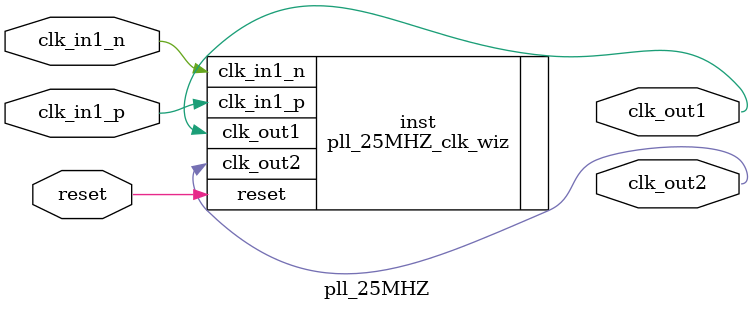
<source format=v>


`timescale 1ps/1ps

(* CORE_GENERATION_INFO = "pll_25MHZ,clk_wiz_v5_4_3_0,{component_name=pll_25MHZ,use_phase_alignment=true,use_min_o_jitter=false,use_max_i_jitter=false,use_dyn_phase_shift=false,use_inclk_switchover=false,use_dyn_reconfig=false,enable_axi=0,feedback_source=FDBK_AUTO,PRIMITIVE=MMCM,num_out_clk=2,clkin1_period=5.000,clkin2_period=10.0,use_power_down=false,use_reset=true,use_locked=false,use_inclk_stopped=false,feedback_type=SINGLE,CLOCK_MGR_TYPE=NA,manual_override=false}" *)

module pll_25MHZ 
 (
  // Clock out ports
  output        clk_out1,
  output        clk_out2,
  // Status and control signals
  input         reset,
 // Clock in ports
  input         clk_in1_p,
  input         clk_in1_n
 );

  pll_25MHZ_clk_wiz inst
  (
  // Clock out ports  
  .clk_out1(clk_out1),
  .clk_out2(clk_out2),
  // Status and control signals               
  .reset(reset), 
 // Clock in ports
  .clk_in1_p(clk_in1_p),
  .clk_in1_n(clk_in1_n)
  );

endmodule

</source>
